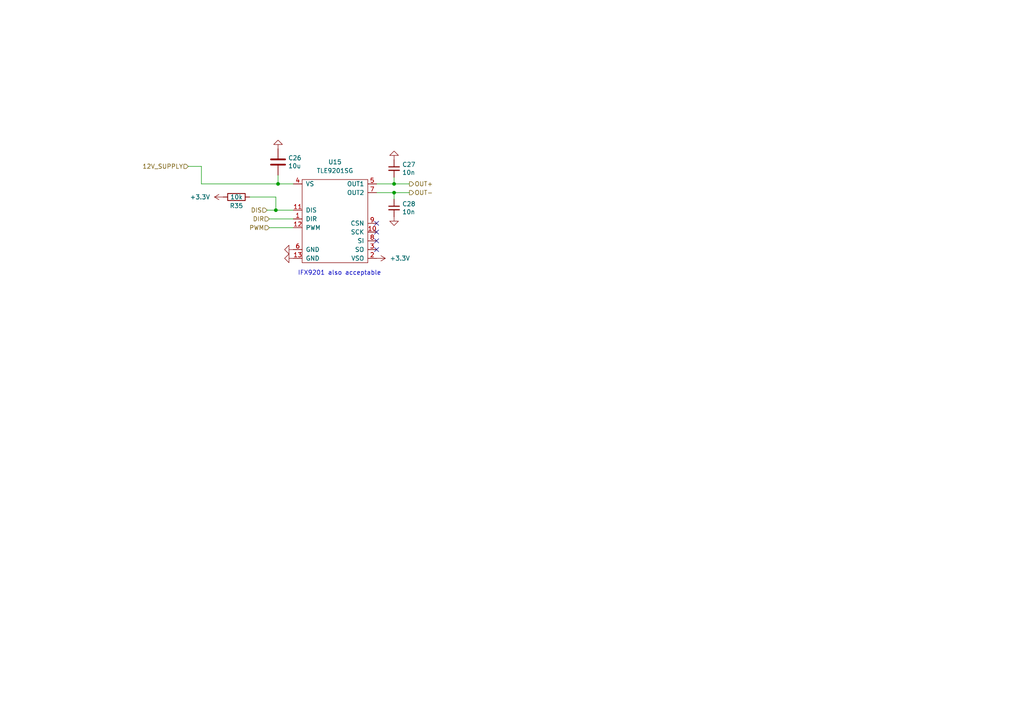
<source format=kicad_sch>
(kicad_sch (version 20250114) (generator "eeschema") (generator_version "9.0")
  (paper "A4")
  (title_block (title "Polygonus Universal 88p") (date "2023-11-12") (rev "v1.0") (company "FutureProofPerformance.com"))
  (lib_symbols
    (symbol "Device:C" (pin_numbers (hide yes)) (pin_names (offset 0.254))
      (property "Reference" "C" (at 0.635 2.54 0))
      (property "Value" "C" (at 0.635 -2.54 0))
      (symbol "C_0_1"
        (polyline (pts (xy -2.032 0.762) (xy 2.032 0.762)) (stroke (width 0.508)))
        (polyline (pts (xy -2.032 -0.762) (xy 2.032 -0.762)) (stroke (width 0.508)))
      )
      (symbol "C_1_1"
        (pin passive line (at 0 3.81 270) (length 2.794) (name "~") (number "1"))
        (pin passive line (at 0 -3.81 90) (length 2.794) (name "~") (number "2"))
      )
    )
    (symbol "Device:C_Small" (pin_numbers (hide yes)) (pin_names (offset 0.254) (hide yes))
      (property "Reference" "C" (at 0.254 1.778 0))
      (property "Value" "C_Small" (at 0.254 -2.032 0))
      (symbol "C_Small_0_1"
        (polyline (pts (xy -1.524 0.508) (xy 1.524 0.508)) (stroke (width 0.3048)))
        (polyline (pts (xy -1.524 -0.508) (xy 1.524 -0.508)) (stroke (width 0.3302)))
      )
      (symbol "C_Small_1_1"
        (pin passive line (at 0 2.54 270) (length 2.032) (name "~") (number "1"))
        (pin passive line (at 0 -2.54 90) (length 2.032) (name "~") (number "2"))
      )
    )
    (symbol "Device:R" (pin_numbers (hide yes)) (pin_names (offset 0))
      (property "Reference" "R" (at 2.032 0 90))
      (property "Value" "R" (at 0 0 90))
      (symbol "R_0_1"
        (rectangle (start -1.016 -2.54) (end 1.016 2.54) (stroke (width 0.254)))
      )
      (symbol "R_1_1"
        (pin passive line (at 0 3.81 270) (length 1.27) (name "~") (number "1"))
        (pin passive line (at 0 -3.81 90) (length 1.27) (name "~") (number "2"))
      )
    )
    (symbol "GND_1" (power) (pin_names (offset 0))
      (property "Value" "GND_1" (at 0 -3.81 0))
      (symbol "GND_1_0_1"
        (polyline (pts (xy 0 0) (xy 0 -1.27) (xy 1.27 -1.27) (xy 0 -2.54) (xy -1.27 -1.27) (xy 0 -1.27)))
      )
      (symbol "GND_1_1_1"
        (pin power_in line (at 0 0 270) (length 0) (hide yes) (name "GND") (number "1"))
      )
    )
    (symbol "Simon:TLE9201SG" (pin_names (offset 1.016))
      (property "Reference" "U11" (at -0.635 15.875 0))
      (property "Value" "TLE9201SG" (at -0.635 13.5636 0))
      (symbol "TLE9201SG_0_1"
        (rectangle (start -10.16 11.43) (end 8.89 -12.7))
      )
      (symbol "TLE9201SG_1_1"
        (pin power_in line (at -12.7 10.16 0) (length 2.54) (name "VS") (number "4"))
        (pin input line (at -12.7 2.54 0) (length 2.54) (name "DIS") (number "11"))
        (pin input line (at -12.7 0 0) (length 2.54) (name "DIR") (number "1"))
        (pin input line (at -12.7 -2.54 0) (length 2.54) (name "PWM") (number "12"))
        (pin power_in line (at -12.7 -8.89 0) (length 2.54) (name "GND") (number "6"))
        (pin power_in line (at -12.7 -11.43 0) (length 2.54) (name "GND") (number "13"))
        (pin power_out line (at 11.43 10.16 180) (length 2.54) (name "OUT1") (number "5"))
        (pin power_out line (at 11.43 7.62 180) (length 2.54) (name "OUT2") (number "7"))
        (pin input line (at 11.43 -1.27 180) (length 2.54) (name "CSN") (number "9"))
        (pin input line (at 11.43 -3.81 180) (length 2.54) (name "SCK") (number "10"))
        (pin input line (at 11.43 -6.35 180) (length 2.54) (name "SI") (number "8"))
        (pin output line (at 11.43 -8.89 180) (length 2.54) (name "SO") (number "3"))
        (pin power_in line (at 11.43 -11.43 180) (length 2.54) (name "VSO") (number "2"))
      )
    )
    (symbol "power:+3.3V" (power) (pin_names (offset 0))
      (property "Value" "+3.3V" (at 0 3.556 0))
      (symbol "+3.3V_0_1"
        (polyline (pts (xy -0.762 1.27) (xy 0 2.54)))
        (polyline (pts (xy 0 2.54) (xy 0.762 1.27)))
        (polyline (pts (xy 0 0) (xy 0 2.54)))
      )
      (symbol "+3.3V_1_1"
        (pin power_in line (at 0 0 90) (length 0) (hide yes) (name "+3.3V") (number "1"))
      )
    )
  )
  (text "IFX9201 also acceptable" (at 86.36 80.01 0) (effects (font (size 1.27 1.27)) (justify left bottom)))
  (junction (at 80.645 53.34))
  (junction (at 114.3 55.88))
  (junction (at 114.3 53.34))
  (junction (at 80.01 60.96))
  (no_connect (at 109.22 72.39))
  (no_connect (at 109.22 64.77))
  (no_connect (at 109.22 69.85))
  (no_connect (at 109.22 67.31))
  (wire (pts (xy 118.745 55.88) (xy 114.3 55.88)))
  (wire (pts (xy 54.61 48.26) (xy 58.42 48.26)))
  (wire (pts (xy 58.42 48.26) (xy 58.42 53.34)))
  (wire (pts (xy 80.01 60.96) (xy 85.09 60.96)))
  (wire (pts (xy 114.3 53.34) (xy 114.3 51.435)))
  (wire (pts (xy 109.22 53.34) (xy 114.3 53.34)))
  (wire (pts (xy 109.22 55.88) (xy 114.3 55.88)))
  (wire (pts (xy 77.47 60.96) (xy 80.01 60.96)))
  (wire (pts (xy 80.01 57.15) (xy 80.01 60.96)))
  (wire (pts (xy 80.645 53.34) (xy 85.09 53.34)))
  (wire (pts (xy 114.3 57.785) (xy 114.3 55.88)))
  (wire (pts (xy 58.42 53.34) (xy 80.645 53.34)))
  (wire (pts (xy 78.105 66.04) (xy 85.09 66.04)))
  (wire (pts (xy 80.645 50.8) (xy 80.645 53.34)))
  (wire (pts (xy 114.3 53.34) (xy 118.745 53.34)))
  (wire (pts (xy 78.105 63.5) (xy 85.09 63.5)))
  (wire (pts (xy 72.39 57.15) (xy 80.01 57.15)))
  (hierarchical_label "OUT+" (shape output) (at 118.745 53.34 0))
  (hierarchical_label "PWM" (shape input) (at 78.105 66.04 180))
  (hierarchical_label "DIR" (shape input) (at 78.105 63.5 180))
  (hierarchical_label "12V_SUPPLY" (shape input) (at 54.61 48.26 180))
  (hierarchical_label "DIS" (shape input) (at 77.47 60.96 180))
  (hierarchical_label "OUT-" (shape output) (at 118.745 55.88 0))
  (symbol (lib_id "Device:R") (at 68.58 57.15 270) (unit 1)
    (property "Reference" "R5" (at 68.58 59.69 90))
    (property "Value" "10k" (at 68.58 57.15 90))
    (property "Footprint" "Resistor_SMD:R_0805_2012Metric" (effects (hide yes)))
    (property "LCSC" "C17414" (effects (hide yes)))
    (property "LCSC_ext" "0" (effects (hide yes)))
    (instances (project "Polygonus-Universal-Base" (path "" (reference "R35") (unit 1)) (path "" (reference "R5") (unit 1))))
  )
  (symbol (lib_name "GND_1") (lib_id "power:GND") (at 114.3 62.865 0) (unit 1)
    (property "Reference" "#PWR052" (effects (hide yes)))
    (property "Value" "GND" (effects (hide yes)))
    (instances (project "Polygonus-Universal-Base" (path "" (reference "#PWR0131") (unit 1)) (path "" (reference "#PWR052") (unit 1))))
  )
  (symbol (lib_name "GND_1") (lib_id "power:GND") (at 85.09 72.39 270) (unit 1)
    (property "Reference" "#PWR048" (effects (hide yes)))
    (property "Value" "GND" (effects (hide yes)))
    (instances (project "Polygonus-Universal-Base" (path "" (reference "#PWR0127") (unit 1)) (path "" (reference "#PWR048") (unit 1))))
  )
  (symbol (lib_name "GND_1") (lib_id "power:GND") (at 80.645 43.18 180) (unit 1)
    (property "Reference" "#PWR047" (effects (hide yes)))
    (property "Value" "GND" (effects (hide yes)))
    (instances (project "Polygonus-Universal-Base" (path "" (reference "#PWR0126") (unit 1)) (path "" (reference "#PWR047") (unit 1))))
  )
  (symbol (lib_name "GND_1") (lib_id "power:GND") (at 85.09 74.93 270) (unit 1)
    (property "Reference" "#PWR049" (effects (hide yes)))
    (property "Value" "GND" (effects (hide yes)))
    (instances (project "Polygonus-Universal-Base" (path "" (reference "#PWR0128") (unit 1)) (path "" (reference "#PWR049") (unit 1))))
  )
  (symbol (lib_name "GND_1") (lib_id "power:GND") (at 114.3 46.355 180) (unit 1)
    (property "Reference" "#PWR051" (effects (hide yes)))
    (property "Value" "GND" (effects (hide yes)))
    (instances (project "Polygonus-Universal-Base" (path "" (reference "#PWR0130") (unit 1)) (path "" (reference "#PWR051") (unit 1))))
  )
  (symbol (lib_id "Simon:TLE9201SG") (at 97.79 63.5 0) (unit 1)
    (property "Reference" "U3" (at 97.155 46.99 0))
    (property "Value" "TLE9201SG" (at 97.155 49.53 0))
    (property "Footprint" "Package_SO:Infineon_PG-DSO-12-9" (effects (hide yes)))
    (property "PN" "TLE9201SG" (effects (hide yes)))
    (property "LCSC" "C112633" (effects (hide yes)))
    (property "LCSC_ext" "1" (effects (hide yes)))
    (property "possible_not_ext" "1" (effects (hide yes)))
    (instances (project "Polygonus-Universal-Base" (path "" (reference "U15") (unit 1)) (path "" (reference "U3") (unit 1))))
  )
  (symbol (lib_id "power:+3.3V") (at 109.22 74.93 270) (unit 1)
    (property "Reference" "#PWR050" (effects (hide yes)))
    (property "Value" "+3.3V" (at 113.03 74.93 90) (effects (justify left)))
    (instances (project "Polygonus-Universal-Base" (path "" (reference "#PWR0129") (unit 1)) (path "" (reference "#PWR050") (unit 1))))
  )
  (symbol (lib_id "Device:C_Small") (at 114.3 60.325 0) (unit 1)
    (property "Reference" "C5" (at 116.6368 59.1566 0) (effects (justify left)))
    (property "Value" "10n" (at 116.6368 61.468 0) (effects (justify left)))
    (property "Footprint" "Capacitor_SMD:C_0805_2012Metric" (effects (hide yes)))
    (property "LCSC" "C1710" (effects (hide yes)))
    (property "LCSC_ext" "0" (effects (hide yes)))
    (instances (project "Polygonus-Universal-Base" (path "" (reference "C28") (unit 1)) (path "" (reference "C5") (unit 1))))
  )
  (symbol (lib_id "Device:C") (at 80.645 46.99 0) (unit 1)
    (property "Reference" "C3" (at 83.566 45.8216 0) (effects (justify left)))
    (property "Value" "10u" (at 83.566 48.133 0) (effects (justify left)))
    (property "Footprint" "Capacitor_SMD:C_1206_3216Metric" (effects (hide yes)))
    (property "LCSC" "C13585" (effects (hide yes)))
    (property "LCSC_ext" "0" (effects (hide yes)))
    (instances (project "Polygonus-Universal-Base" (path "" (reference "C26") (unit 1)) (path "" (reference "C3") (unit 1))))
  )
  (symbol (lib_id "power:+3.3V") (at 64.77 57.15 90) (unit 1)
    (property "Reference" "#PWR046" (effects (hide yes)))
    (property "Value" "+3.3V" (at 60.96 57.15 90) (effects (justify left)))
    (instances (project "Polygonus-Universal-Base" (path "" (reference "#PWR0125") (unit 1)) (path "" (reference "#PWR046") (unit 1))))
  )
  (symbol (lib_id "Device:C_Small") (at 114.3 48.895 0) (unit 1)
    (property "Reference" "C4" (at 116.6368 47.7266 0) (effects (justify left)))
    (property "Value" "10n" (at 116.6368 50.038 0) (effects (justify left)))
    (property "Footprint" "Capacitor_SMD:C_0805_2012Metric" (effects (hide yes)))
    (property "LCSC" "C1710" (effects (hide yes)))
    (property "LCSC_ext" "0" (effects (hide yes)))
    (instances (project "Polygonus-Universal-Base" (path "" (reference "C27") (unit 1)) (path "" (reference "C4") (unit 1))))
  )
)
</source>
